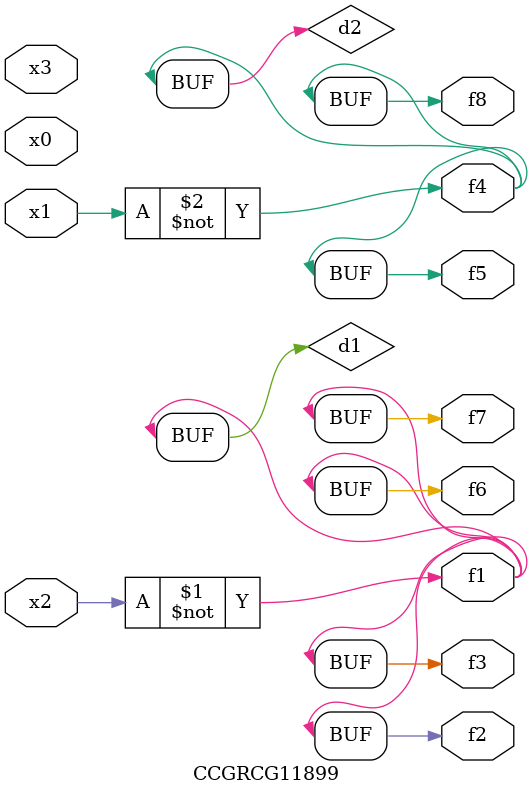
<source format=v>
module CCGRCG11899(
	input x0, x1, x2, x3,
	output f1, f2, f3, f4, f5, f6, f7, f8
);

	wire d1, d2;

	xnor (d1, x2);
	not (d2, x1);
	assign f1 = d1;
	assign f2 = d1;
	assign f3 = d1;
	assign f4 = d2;
	assign f5 = d2;
	assign f6 = d1;
	assign f7 = d1;
	assign f8 = d2;
endmodule

</source>
